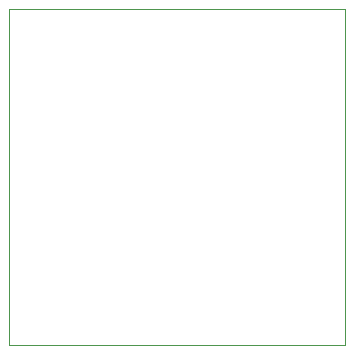
<source format=gm1>
G04 #@! TF.GenerationSoftware,KiCad,Pcbnew,8.0.6-8.0.6-0~ubuntu24.04.1*
G04 #@! TF.CreationDate,2024-10-30T09:26:46+01:00*
G04 #@! TF.ProjectId,clock_pcb,636c6f63-6b5f-4706-9362-2e6b69636164,rev?*
G04 #@! TF.SameCoordinates,Original*
G04 #@! TF.FileFunction,Profile,NP*
%FSLAX46Y46*%
G04 Gerber Fmt 4.6, Leading zero omitted, Abs format (unit mm)*
G04 Created by KiCad (PCBNEW 8.0.6-8.0.6-0~ubuntu24.04.1) date 2024-10-30 09:26:46*
%MOMM*%
%LPD*%
G01*
G04 APERTURE LIST*
G04 #@! TA.AperFunction,Profile*
%ADD10C,0.050000*%
G04 #@! TD*
G04 APERTURE END LIST*
D10*
X128000000Y-99500000D02*
X128000000Y-128000000D01*
X99500000Y-128000000D02*
X128000000Y-128000000D01*
X99500000Y-99500000D02*
X128000000Y-99500000D01*
X99500000Y-99500000D02*
X99500000Y-128000000D01*
M02*

</source>
